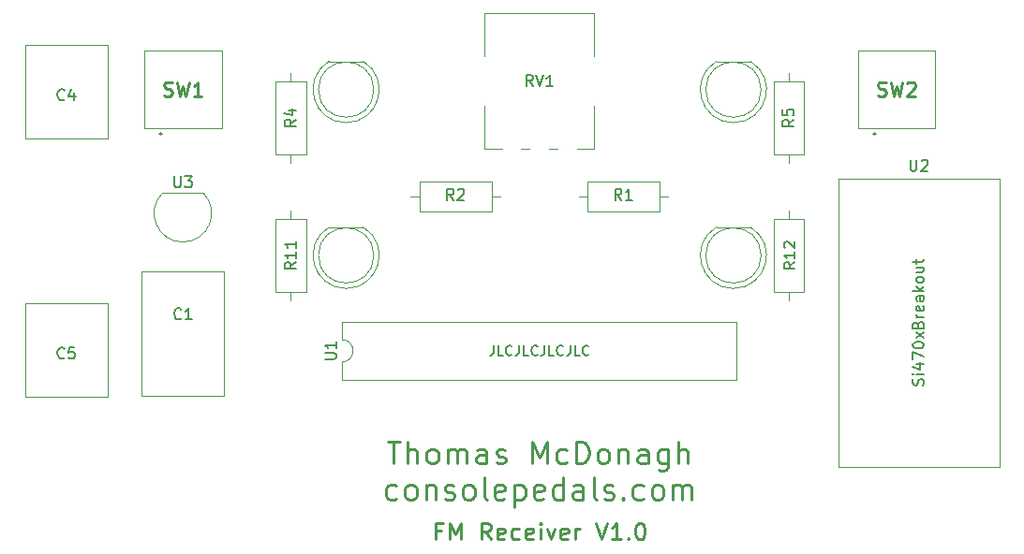
<source format=gbr>
G04 #@! TF.GenerationSoftware,KiCad,Pcbnew,(5.1.7)-1*
G04 #@! TF.CreationDate,2021-12-23T16:21:14-06:00*
G04 #@! TF.ProjectId,FmReceiverCartridge,466d5265-6365-4697-9665-724361727472,rev?*
G04 #@! TF.SameCoordinates,Original*
G04 #@! TF.FileFunction,Legend,Top*
G04 #@! TF.FilePolarity,Positive*
%FSLAX46Y46*%
G04 Gerber Fmt 4.6, Leading zero omitted, Abs format (unit mm)*
G04 Created by KiCad (PCBNEW (5.1.7)-1) date 2021-12-23 16:21:14*
%MOMM*%
%LPD*%
G01*
G04 APERTURE LIST*
%ADD10C,0.150000*%
%ADD11C,0.250000*%
%ADD12C,0.120000*%
%ADD13C,0.200000*%
%ADD14C,0.100000*%
%ADD15C,0.254000*%
G04 APERTURE END LIST*
D10*
X128557857Y-104409142D02*
X128557857Y-105052000D01*
X128515000Y-105180571D01*
X128429285Y-105266285D01*
X128300714Y-105309142D01*
X128215000Y-105309142D01*
X129415000Y-105309142D02*
X128986428Y-105309142D01*
X128986428Y-104409142D01*
X130229285Y-105223428D02*
X130186428Y-105266285D01*
X130057857Y-105309142D01*
X129972142Y-105309142D01*
X129843571Y-105266285D01*
X129757857Y-105180571D01*
X129715000Y-105094857D01*
X129672142Y-104923428D01*
X129672142Y-104794857D01*
X129715000Y-104623428D01*
X129757857Y-104537714D01*
X129843571Y-104452000D01*
X129972142Y-104409142D01*
X130057857Y-104409142D01*
X130186428Y-104452000D01*
X130229285Y-104494857D01*
X130872142Y-104409142D02*
X130872142Y-105052000D01*
X130829285Y-105180571D01*
X130743571Y-105266285D01*
X130615000Y-105309142D01*
X130529285Y-105309142D01*
X131729285Y-105309142D02*
X131300714Y-105309142D01*
X131300714Y-104409142D01*
X132543571Y-105223428D02*
X132500714Y-105266285D01*
X132372142Y-105309142D01*
X132286428Y-105309142D01*
X132157857Y-105266285D01*
X132072142Y-105180571D01*
X132029285Y-105094857D01*
X131986428Y-104923428D01*
X131986428Y-104794857D01*
X132029285Y-104623428D01*
X132072142Y-104537714D01*
X132157857Y-104452000D01*
X132286428Y-104409142D01*
X132372142Y-104409142D01*
X132500714Y-104452000D01*
X132543571Y-104494857D01*
X133186428Y-104409142D02*
X133186428Y-105052000D01*
X133143571Y-105180571D01*
X133057857Y-105266285D01*
X132929285Y-105309142D01*
X132843571Y-105309142D01*
X134043571Y-105309142D02*
X133615000Y-105309142D01*
X133615000Y-104409142D01*
X134857857Y-105223428D02*
X134815000Y-105266285D01*
X134686428Y-105309142D01*
X134600714Y-105309142D01*
X134472142Y-105266285D01*
X134386428Y-105180571D01*
X134343571Y-105094857D01*
X134300714Y-104923428D01*
X134300714Y-104794857D01*
X134343571Y-104623428D01*
X134386428Y-104537714D01*
X134472142Y-104452000D01*
X134600714Y-104409142D01*
X134686428Y-104409142D01*
X134815000Y-104452000D01*
X134857857Y-104494857D01*
X135500714Y-104409142D02*
X135500714Y-105052000D01*
X135457857Y-105180571D01*
X135372142Y-105266285D01*
X135243571Y-105309142D01*
X135157857Y-105309142D01*
X136357857Y-105309142D02*
X135929285Y-105309142D01*
X135929285Y-104409142D01*
X137172142Y-105223428D02*
X137129285Y-105266285D01*
X137000714Y-105309142D01*
X136915000Y-105309142D01*
X136786428Y-105266285D01*
X136700714Y-105180571D01*
X136657857Y-105094857D01*
X136615000Y-104923428D01*
X136615000Y-104794857D01*
X136657857Y-104623428D01*
X136700714Y-104537714D01*
X136786428Y-104452000D01*
X136915000Y-104409142D01*
X137000714Y-104409142D01*
X137129285Y-104452000D01*
X137172142Y-104494857D01*
D11*
X123821428Y-121177857D02*
X123321428Y-121177857D01*
X123321428Y-121963571D02*
X123321428Y-120463571D01*
X124035714Y-120463571D01*
X124607142Y-121963571D02*
X124607142Y-120463571D01*
X125107142Y-121535000D01*
X125607142Y-120463571D01*
X125607142Y-121963571D01*
X128321428Y-121963571D02*
X127821428Y-121249285D01*
X127464285Y-121963571D02*
X127464285Y-120463571D01*
X128035714Y-120463571D01*
X128178571Y-120535000D01*
X128250000Y-120606428D01*
X128321428Y-120749285D01*
X128321428Y-120963571D01*
X128250000Y-121106428D01*
X128178571Y-121177857D01*
X128035714Y-121249285D01*
X127464285Y-121249285D01*
X129535714Y-121892142D02*
X129392857Y-121963571D01*
X129107142Y-121963571D01*
X128964285Y-121892142D01*
X128892857Y-121749285D01*
X128892857Y-121177857D01*
X128964285Y-121035000D01*
X129107142Y-120963571D01*
X129392857Y-120963571D01*
X129535714Y-121035000D01*
X129607142Y-121177857D01*
X129607142Y-121320714D01*
X128892857Y-121463571D01*
X130892857Y-121892142D02*
X130750000Y-121963571D01*
X130464285Y-121963571D01*
X130321428Y-121892142D01*
X130250000Y-121820714D01*
X130178571Y-121677857D01*
X130178571Y-121249285D01*
X130250000Y-121106428D01*
X130321428Y-121035000D01*
X130464285Y-120963571D01*
X130750000Y-120963571D01*
X130892857Y-121035000D01*
X132107142Y-121892142D02*
X131964285Y-121963571D01*
X131678571Y-121963571D01*
X131535714Y-121892142D01*
X131464285Y-121749285D01*
X131464285Y-121177857D01*
X131535714Y-121035000D01*
X131678571Y-120963571D01*
X131964285Y-120963571D01*
X132107142Y-121035000D01*
X132178571Y-121177857D01*
X132178571Y-121320714D01*
X131464285Y-121463571D01*
X132821428Y-121963571D02*
X132821428Y-120963571D01*
X132821428Y-120463571D02*
X132750000Y-120535000D01*
X132821428Y-120606428D01*
X132892857Y-120535000D01*
X132821428Y-120463571D01*
X132821428Y-120606428D01*
X133392857Y-120963571D02*
X133750000Y-121963571D01*
X134107142Y-120963571D01*
X135250000Y-121892142D02*
X135107142Y-121963571D01*
X134821428Y-121963571D01*
X134678571Y-121892142D01*
X134607142Y-121749285D01*
X134607142Y-121177857D01*
X134678571Y-121035000D01*
X134821428Y-120963571D01*
X135107142Y-120963571D01*
X135250000Y-121035000D01*
X135321428Y-121177857D01*
X135321428Y-121320714D01*
X134607142Y-121463571D01*
X135964285Y-121963571D02*
X135964285Y-120963571D01*
X135964285Y-121249285D02*
X136035714Y-121106428D01*
X136107142Y-121035000D01*
X136250000Y-120963571D01*
X136392857Y-120963571D01*
X137821428Y-120463571D02*
X138321428Y-121963571D01*
X138821428Y-120463571D01*
X140107142Y-121963571D02*
X139250000Y-121963571D01*
X139678571Y-121963571D02*
X139678571Y-120463571D01*
X139535714Y-120677857D01*
X139392857Y-120820714D01*
X139250000Y-120892142D01*
X140750000Y-121820714D02*
X140821428Y-121892142D01*
X140750000Y-121963571D01*
X140678571Y-121892142D01*
X140750000Y-121820714D01*
X140750000Y-121963571D01*
X141750000Y-120463571D02*
X141892857Y-120463571D01*
X142035714Y-120535000D01*
X142107142Y-120606428D01*
X142178571Y-120749285D01*
X142250000Y-121035000D01*
X142250000Y-121392142D01*
X142178571Y-121677857D01*
X142107142Y-121820714D01*
X142035714Y-121892142D01*
X141892857Y-121963571D01*
X141750000Y-121963571D01*
X141607142Y-121892142D01*
X141535714Y-121820714D01*
X141464285Y-121677857D01*
X141392857Y-121392142D01*
X141392857Y-121035000D01*
X141464285Y-120749285D01*
X141535714Y-120606428D01*
X141607142Y-120535000D01*
X141750000Y-120463571D01*
X119000714Y-113103761D02*
X120143571Y-113103761D01*
X119572142Y-115103761D02*
X119572142Y-113103761D01*
X120810238Y-115103761D02*
X120810238Y-113103761D01*
X121667380Y-115103761D02*
X121667380Y-114056142D01*
X121572142Y-113865666D01*
X121381666Y-113770428D01*
X121095952Y-113770428D01*
X120905476Y-113865666D01*
X120810238Y-113960904D01*
X122905476Y-115103761D02*
X122715000Y-115008523D01*
X122619761Y-114913285D01*
X122524523Y-114722809D01*
X122524523Y-114151380D01*
X122619761Y-113960904D01*
X122715000Y-113865666D01*
X122905476Y-113770428D01*
X123191190Y-113770428D01*
X123381666Y-113865666D01*
X123476904Y-113960904D01*
X123572142Y-114151380D01*
X123572142Y-114722809D01*
X123476904Y-114913285D01*
X123381666Y-115008523D01*
X123191190Y-115103761D01*
X122905476Y-115103761D01*
X124429285Y-115103761D02*
X124429285Y-113770428D01*
X124429285Y-113960904D02*
X124524523Y-113865666D01*
X124715000Y-113770428D01*
X125000714Y-113770428D01*
X125191190Y-113865666D01*
X125286428Y-114056142D01*
X125286428Y-115103761D01*
X125286428Y-114056142D02*
X125381666Y-113865666D01*
X125572142Y-113770428D01*
X125857857Y-113770428D01*
X126048333Y-113865666D01*
X126143571Y-114056142D01*
X126143571Y-115103761D01*
X127953095Y-115103761D02*
X127953095Y-114056142D01*
X127857857Y-113865666D01*
X127667380Y-113770428D01*
X127286428Y-113770428D01*
X127095952Y-113865666D01*
X127953095Y-115008523D02*
X127762619Y-115103761D01*
X127286428Y-115103761D01*
X127095952Y-115008523D01*
X127000714Y-114818047D01*
X127000714Y-114627571D01*
X127095952Y-114437095D01*
X127286428Y-114341857D01*
X127762619Y-114341857D01*
X127953095Y-114246619D01*
X128810238Y-115008523D02*
X129000714Y-115103761D01*
X129381666Y-115103761D01*
X129572142Y-115008523D01*
X129667380Y-114818047D01*
X129667380Y-114722809D01*
X129572142Y-114532333D01*
X129381666Y-114437095D01*
X129095952Y-114437095D01*
X128905476Y-114341857D01*
X128810238Y-114151380D01*
X128810238Y-114056142D01*
X128905476Y-113865666D01*
X129095952Y-113770428D01*
X129381666Y-113770428D01*
X129572142Y-113865666D01*
X132048333Y-115103761D02*
X132048333Y-113103761D01*
X132715000Y-114532333D01*
X133381666Y-113103761D01*
X133381666Y-115103761D01*
X135191190Y-115008523D02*
X135000714Y-115103761D01*
X134619761Y-115103761D01*
X134429285Y-115008523D01*
X134334047Y-114913285D01*
X134238809Y-114722809D01*
X134238809Y-114151380D01*
X134334047Y-113960904D01*
X134429285Y-113865666D01*
X134619761Y-113770428D01*
X135000714Y-113770428D01*
X135191190Y-113865666D01*
X136048333Y-115103761D02*
X136048333Y-113103761D01*
X136524523Y-113103761D01*
X136810238Y-113199000D01*
X137000714Y-113389476D01*
X137095952Y-113579952D01*
X137191190Y-113960904D01*
X137191190Y-114246619D01*
X137095952Y-114627571D01*
X137000714Y-114818047D01*
X136810238Y-115008523D01*
X136524523Y-115103761D01*
X136048333Y-115103761D01*
X138334047Y-115103761D02*
X138143571Y-115008523D01*
X138048333Y-114913285D01*
X137953095Y-114722809D01*
X137953095Y-114151380D01*
X138048333Y-113960904D01*
X138143571Y-113865666D01*
X138334047Y-113770428D01*
X138619761Y-113770428D01*
X138810238Y-113865666D01*
X138905476Y-113960904D01*
X139000714Y-114151380D01*
X139000714Y-114722809D01*
X138905476Y-114913285D01*
X138810238Y-115008523D01*
X138619761Y-115103761D01*
X138334047Y-115103761D01*
X139857857Y-113770428D02*
X139857857Y-115103761D01*
X139857857Y-113960904D02*
X139953095Y-113865666D01*
X140143571Y-113770428D01*
X140429285Y-113770428D01*
X140619761Y-113865666D01*
X140715000Y-114056142D01*
X140715000Y-115103761D01*
X142524523Y-115103761D02*
X142524523Y-114056142D01*
X142429285Y-113865666D01*
X142238809Y-113770428D01*
X141857857Y-113770428D01*
X141667380Y-113865666D01*
X142524523Y-115008523D02*
X142334047Y-115103761D01*
X141857857Y-115103761D01*
X141667380Y-115008523D01*
X141572142Y-114818047D01*
X141572142Y-114627571D01*
X141667380Y-114437095D01*
X141857857Y-114341857D01*
X142334047Y-114341857D01*
X142524523Y-114246619D01*
X144334047Y-113770428D02*
X144334047Y-115389476D01*
X144238809Y-115579952D01*
X144143571Y-115675190D01*
X143953095Y-115770428D01*
X143667380Y-115770428D01*
X143476904Y-115675190D01*
X144334047Y-115008523D02*
X144143571Y-115103761D01*
X143762619Y-115103761D01*
X143572142Y-115008523D01*
X143476904Y-114913285D01*
X143381666Y-114722809D01*
X143381666Y-114151380D01*
X143476904Y-113960904D01*
X143572142Y-113865666D01*
X143762619Y-113770428D01*
X144143571Y-113770428D01*
X144334047Y-113865666D01*
X145286428Y-115103761D02*
X145286428Y-113103761D01*
X146143571Y-115103761D02*
X146143571Y-114056142D01*
X146048333Y-113865666D01*
X145857857Y-113770428D01*
X145572142Y-113770428D01*
X145381666Y-113865666D01*
X145286428Y-113960904D01*
X119810238Y-118258523D02*
X119619761Y-118353761D01*
X119238809Y-118353761D01*
X119048333Y-118258523D01*
X118953095Y-118163285D01*
X118857857Y-117972809D01*
X118857857Y-117401380D01*
X118953095Y-117210904D01*
X119048333Y-117115666D01*
X119238809Y-117020428D01*
X119619761Y-117020428D01*
X119810238Y-117115666D01*
X120953095Y-118353761D02*
X120762619Y-118258523D01*
X120667380Y-118163285D01*
X120572142Y-117972809D01*
X120572142Y-117401380D01*
X120667380Y-117210904D01*
X120762619Y-117115666D01*
X120953095Y-117020428D01*
X121238809Y-117020428D01*
X121429285Y-117115666D01*
X121524523Y-117210904D01*
X121619761Y-117401380D01*
X121619761Y-117972809D01*
X121524523Y-118163285D01*
X121429285Y-118258523D01*
X121238809Y-118353761D01*
X120953095Y-118353761D01*
X122476904Y-117020428D02*
X122476904Y-118353761D01*
X122476904Y-117210904D02*
X122572142Y-117115666D01*
X122762619Y-117020428D01*
X123048333Y-117020428D01*
X123238809Y-117115666D01*
X123334047Y-117306142D01*
X123334047Y-118353761D01*
X124191190Y-118258523D02*
X124381666Y-118353761D01*
X124762619Y-118353761D01*
X124953095Y-118258523D01*
X125048333Y-118068047D01*
X125048333Y-117972809D01*
X124953095Y-117782333D01*
X124762619Y-117687095D01*
X124476904Y-117687095D01*
X124286428Y-117591857D01*
X124191190Y-117401380D01*
X124191190Y-117306142D01*
X124286428Y-117115666D01*
X124476904Y-117020428D01*
X124762619Y-117020428D01*
X124953095Y-117115666D01*
X126191190Y-118353761D02*
X126000714Y-118258523D01*
X125905476Y-118163285D01*
X125810238Y-117972809D01*
X125810238Y-117401380D01*
X125905476Y-117210904D01*
X126000714Y-117115666D01*
X126191190Y-117020428D01*
X126476904Y-117020428D01*
X126667380Y-117115666D01*
X126762619Y-117210904D01*
X126857857Y-117401380D01*
X126857857Y-117972809D01*
X126762619Y-118163285D01*
X126667380Y-118258523D01*
X126476904Y-118353761D01*
X126191190Y-118353761D01*
X128000714Y-118353761D02*
X127810238Y-118258523D01*
X127715000Y-118068047D01*
X127715000Y-116353761D01*
X129524523Y-118258523D02*
X129334047Y-118353761D01*
X128953095Y-118353761D01*
X128762619Y-118258523D01*
X128667380Y-118068047D01*
X128667380Y-117306142D01*
X128762619Y-117115666D01*
X128953095Y-117020428D01*
X129334047Y-117020428D01*
X129524523Y-117115666D01*
X129619761Y-117306142D01*
X129619761Y-117496619D01*
X128667380Y-117687095D01*
X130476904Y-117020428D02*
X130476904Y-119020428D01*
X130476904Y-117115666D02*
X130667380Y-117020428D01*
X131048333Y-117020428D01*
X131238809Y-117115666D01*
X131334047Y-117210904D01*
X131429285Y-117401380D01*
X131429285Y-117972809D01*
X131334047Y-118163285D01*
X131238809Y-118258523D01*
X131048333Y-118353761D01*
X130667380Y-118353761D01*
X130476904Y-118258523D01*
X133048333Y-118258523D02*
X132857857Y-118353761D01*
X132476904Y-118353761D01*
X132286428Y-118258523D01*
X132191190Y-118068047D01*
X132191190Y-117306142D01*
X132286428Y-117115666D01*
X132476904Y-117020428D01*
X132857857Y-117020428D01*
X133048333Y-117115666D01*
X133143571Y-117306142D01*
X133143571Y-117496619D01*
X132191190Y-117687095D01*
X134857857Y-118353761D02*
X134857857Y-116353761D01*
X134857857Y-118258523D02*
X134667380Y-118353761D01*
X134286428Y-118353761D01*
X134095952Y-118258523D01*
X134000714Y-118163285D01*
X133905476Y-117972809D01*
X133905476Y-117401380D01*
X134000714Y-117210904D01*
X134095952Y-117115666D01*
X134286428Y-117020428D01*
X134667380Y-117020428D01*
X134857857Y-117115666D01*
X136667380Y-118353761D02*
X136667380Y-117306142D01*
X136572142Y-117115666D01*
X136381666Y-117020428D01*
X136000714Y-117020428D01*
X135810238Y-117115666D01*
X136667380Y-118258523D02*
X136476904Y-118353761D01*
X136000714Y-118353761D01*
X135810238Y-118258523D01*
X135715000Y-118068047D01*
X135715000Y-117877571D01*
X135810238Y-117687095D01*
X136000714Y-117591857D01*
X136476904Y-117591857D01*
X136667380Y-117496619D01*
X137905476Y-118353761D02*
X137715000Y-118258523D01*
X137619761Y-118068047D01*
X137619761Y-116353761D01*
X138572142Y-118258523D02*
X138762619Y-118353761D01*
X139143571Y-118353761D01*
X139334047Y-118258523D01*
X139429285Y-118068047D01*
X139429285Y-117972809D01*
X139334047Y-117782333D01*
X139143571Y-117687095D01*
X138857857Y-117687095D01*
X138667380Y-117591857D01*
X138572142Y-117401380D01*
X138572142Y-117306142D01*
X138667380Y-117115666D01*
X138857857Y-117020428D01*
X139143571Y-117020428D01*
X139334047Y-117115666D01*
X140286428Y-118163285D02*
X140381666Y-118258523D01*
X140286428Y-118353761D01*
X140191190Y-118258523D01*
X140286428Y-118163285D01*
X140286428Y-118353761D01*
X142095952Y-118258523D02*
X141905476Y-118353761D01*
X141524523Y-118353761D01*
X141334047Y-118258523D01*
X141238809Y-118163285D01*
X141143571Y-117972809D01*
X141143571Y-117401380D01*
X141238809Y-117210904D01*
X141334047Y-117115666D01*
X141524523Y-117020428D01*
X141905476Y-117020428D01*
X142095952Y-117115666D01*
X143238809Y-118353761D02*
X143048333Y-118258523D01*
X142953095Y-118163285D01*
X142857857Y-117972809D01*
X142857857Y-117401380D01*
X142953095Y-117210904D01*
X143048333Y-117115666D01*
X143238809Y-117020428D01*
X143524523Y-117020428D01*
X143715000Y-117115666D01*
X143810238Y-117210904D01*
X143905476Y-117401380D01*
X143905476Y-117972809D01*
X143810238Y-118163285D01*
X143715000Y-118258523D01*
X143524523Y-118353761D01*
X143238809Y-118353761D01*
X144762619Y-118353761D02*
X144762619Y-117020428D01*
X144762619Y-117210904D02*
X144857857Y-117115666D01*
X145048333Y-117020428D01*
X145334047Y-117020428D01*
X145524523Y-117115666D01*
X145619761Y-117306142D01*
X145619761Y-118353761D01*
X145619761Y-117306142D02*
X145715000Y-117115666D01*
X145905476Y-117020428D01*
X146191190Y-117020428D01*
X146381666Y-117115666D01*
X146476904Y-117306142D01*
X146476904Y-118353761D01*
D12*
G04 #@! TO.C,R11*
X110250000Y-92226000D02*
X110250000Y-92996000D01*
X110250000Y-100306000D02*
X110250000Y-99536000D01*
X108880000Y-92996000D02*
X108880000Y-99536000D01*
X111620000Y-92996000D02*
X108880000Y-92996000D01*
X111620000Y-99536000D02*
X111620000Y-92996000D01*
X108880000Y-99536000D02*
X111620000Y-99536000D01*
G04 #@! TO.C,D4*
X116795000Y-93710000D02*
X113705000Y-93710000D01*
X117750000Y-96270000D02*
G75*
G03*
X117750000Y-96270000I-2500000J0D01*
G01*
X115249538Y-99260000D02*
G75*
G03*
X116794830Y-93710000I462J2990000D01*
G01*
X115250462Y-99260000D02*
G75*
G02*
X113705170Y-93710000I-462J2990000D01*
G01*
G04 #@! TO.C,D5*
X152750000Y-96270000D02*
G75*
G03*
X152750000Y-96270000I-2500000J0D01*
G01*
X151795000Y-93710000D02*
X148705000Y-93710000D01*
X150250462Y-99260000D02*
G75*
G02*
X148705170Y-93710000I-462J2990000D01*
G01*
X150249538Y-99260000D02*
G75*
G03*
X151794830Y-93710000I462J2990000D01*
G01*
G04 #@! TO.C,C4*
X93676000Y-85698000D02*
X86236000Y-85698000D01*
X93676000Y-77208000D02*
X86236000Y-77208000D01*
X93676000Y-85698000D02*
X93676000Y-77208000D01*
X86236000Y-85698000D02*
X86236000Y-77208000D01*
G04 #@! TO.C,C5*
X86236000Y-109066000D02*
X86236000Y-100576000D01*
X93676000Y-109066000D02*
X93676000Y-100576000D01*
X93676000Y-100576000D02*
X86236000Y-100576000D01*
X93676000Y-109066000D02*
X86236000Y-109066000D01*
G04 #@! TO.C,D1*
X117750000Y-81270000D02*
G75*
G03*
X117750000Y-81270000I-2500000J0D01*
G01*
X116795000Y-78710000D02*
X113705000Y-78710000D01*
X115250462Y-84260000D02*
G75*
G02*
X113705170Y-78710000I-462J2990000D01*
G01*
X115249538Y-84260000D02*
G75*
G03*
X116794830Y-78710000I462J2990000D01*
G01*
G04 #@! TO.C,D2*
X151795000Y-78710000D02*
X148705000Y-78710000D01*
X152750000Y-81270000D02*
G75*
G03*
X152750000Y-81270000I-2500000J0D01*
G01*
X150249538Y-84260000D02*
G75*
G03*
X151794830Y-78710000I462J2990000D01*
G01*
X150250462Y-84260000D02*
G75*
G02*
X148705170Y-78710000I-462J2990000D01*
G01*
G04 #@! TO.C,R4*
X108880000Y-87090000D02*
X111620000Y-87090000D01*
X111620000Y-87090000D02*
X111620000Y-80550000D01*
X111620000Y-80550000D02*
X108880000Y-80550000D01*
X108880000Y-80550000D02*
X108880000Y-87090000D01*
X110250000Y-87860000D02*
X110250000Y-87090000D01*
X110250000Y-79780000D02*
X110250000Y-80550000D01*
G04 #@! TO.C,R5*
X155250000Y-79780000D02*
X155250000Y-80550000D01*
X155250000Y-87860000D02*
X155250000Y-87090000D01*
X153880000Y-80550000D02*
X153880000Y-87090000D01*
X156620000Y-80550000D02*
X153880000Y-80550000D01*
X156620000Y-87090000D02*
X156620000Y-80550000D01*
X153880000Y-87090000D02*
X156620000Y-87090000D01*
G04 #@! TO.C,R12*
X155250000Y-100306000D02*
X155250000Y-99536000D01*
X155250000Y-92226000D02*
X155250000Y-92996000D01*
X156620000Y-99536000D02*
X156620000Y-92996000D01*
X153880000Y-99536000D02*
X156620000Y-99536000D01*
X153880000Y-92996000D02*
X153880000Y-99536000D01*
X156620000Y-92996000D02*
X153880000Y-92996000D01*
G04 #@! TO.C,C1*
X104220000Y-97690000D02*
X104220000Y-108980000D01*
X96780000Y-97690000D02*
X96780000Y-108980000D01*
X96780000Y-108980000D02*
X104220000Y-108980000D01*
X96780000Y-97690000D02*
X104220000Y-97690000D01*
G04 #@! TO.C,R1*
X137025000Y-89562000D02*
X137025000Y-92302000D01*
X137025000Y-92302000D02*
X143565000Y-92302000D01*
X143565000Y-92302000D02*
X143565000Y-89562000D01*
X143565000Y-89562000D02*
X137025000Y-89562000D01*
X136255000Y-90932000D02*
X137025000Y-90932000D01*
X144335000Y-90932000D02*
X143565000Y-90932000D01*
G04 #@! TO.C,R2*
X129175000Y-90932000D02*
X128405000Y-90932000D01*
X121095000Y-90932000D02*
X121865000Y-90932000D01*
X128405000Y-89562000D02*
X121865000Y-89562000D01*
X128405000Y-92302000D02*
X128405000Y-89562000D01*
X121865000Y-92302000D02*
X128405000Y-92302000D01*
X121865000Y-89562000D02*
X121865000Y-92302000D01*
G04 #@! TO.C,RV1*
X127745000Y-74380000D02*
X137685000Y-74380000D01*
X136085000Y-86620000D02*
X137685000Y-86620000D01*
X133586000Y-86620000D02*
X134345000Y-86620000D01*
X131086000Y-86620000D02*
X131845000Y-86620000D01*
X127745000Y-86620000D02*
X129344000Y-86620000D01*
X137685000Y-78245000D02*
X137685000Y-74380000D01*
X137685000Y-86620000D02*
X137685000Y-82755000D01*
X127745000Y-78245000D02*
X127745000Y-74380000D01*
X127745000Y-86620000D02*
X127745000Y-82755000D01*
D13*
G04 #@! TO.C,SW1*
X98400000Y-85270000D02*
G75*
G03*
X98600000Y-85270000I100000J0D01*
G01*
X98600000Y-85270000D02*
G75*
G03*
X98400000Y-85270000I-100000J0D01*
G01*
D14*
X97000000Y-77770000D02*
X104000000Y-77770000D01*
X104000000Y-77770000D02*
X104000000Y-84770000D01*
X104000000Y-84770000D02*
X97000000Y-84770000D01*
X97000000Y-84770000D02*
X97000000Y-77770000D01*
D13*
X98400000Y-85270000D02*
X98400000Y-85270000D01*
X98600000Y-85270000D02*
X98600000Y-85270000D01*
G04 #@! TO.C,SW2*
X163100000Y-85270000D02*
X163100000Y-85270000D01*
X162900000Y-85270000D02*
X162900000Y-85270000D01*
D14*
X161500000Y-84770000D02*
X161500000Y-77770000D01*
X168500000Y-84770000D02*
X161500000Y-84770000D01*
X168500000Y-77770000D02*
X168500000Y-84770000D01*
X161500000Y-77770000D02*
X168500000Y-77770000D01*
D13*
X163100000Y-85270000D02*
G75*
G03*
X162900000Y-85270000I-100000J0D01*
G01*
X162900000Y-85270000D02*
G75*
G03*
X163100000Y-85270000I100000J0D01*
G01*
D12*
G04 #@! TO.C,U1*
X114875000Y-102252000D02*
X114875000Y-103902000D01*
X150555000Y-102252000D02*
X114875000Y-102252000D01*
X150555000Y-107552000D02*
X150555000Y-102252000D01*
X114875000Y-107552000D02*
X150555000Y-107552000D01*
X114875000Y-105902000D02*
X114875000Y-107552000D01*
X114875000Y-103902000D02*
G75*
G02*
X114875000Y-105902000I0J-1000000D01*
G01*
G04 #@! TO.C,U2*
X159710000Y-89352000D02*
X174300000Y-89352000D01*
X159710000Y-89352000D02*
X159710000Y-115372000D01*
X159710000Y-115372000D02*
X174300000Y-115372000D01*
X174300000Y-89352000D02*
X174300000Y-115372000D01*
G04 #@! TO.C,U3*
X102300000Y-90606000D02*
X98700000Y-90606000D01*
X102338478Y-90617522D02*
G75*
G02*
X100500000Y-95056000I-1838478J-1838478D01*
G01*
X98661522Y-90617522D02*
G75*
G03*
X100500000Y-95056000I1838478J-1838478D01*
G01*
G04 #@! TO.C,R11*
D10*
X110702380Y-96908857D02*
X110226190Y-97242190D01*
X110702380Y-97480285D02*
X109702380Y-97480285D01*
X109702380Y-97099333D01*
X109750000Y-97004095D01*
X109797619Y-96956476D01*
X109892857Y-96908857D01*
X110035714Y-96908857D01*
X110130952Y-96956476D01*
X110178571Y-97004095D01*
X110226190Y-97099333D01*
X110226190Y-97480285D01*
X110702380Y-95956476D02*
X110702380Y-96527904D01*
X110702380Y-96242190D02*
X109702380Y-96242190D01*
X109845238Y-96337428D01*
X109940476Y-96432666D01*
X109988095Y-96527904D01*
X110702380Y-95004095D02*
X110702380Y-95575523D01*
X110702380Y-95289809D02*
X109702380Y-95289809D01*
X109845238Y-95385047D01*
X109940476Y-95480285D01*
X109988095Y-95575523D01*
G04 #@! TO.C,C4*
X89789333Y-82145142D02*
X89741714Y-82192761D01*
X89598857Y-82240380D01*
X89503619Y-82240380D01*
X89360761Y-82192761D01*
X89265523Y-82097523D01*
X89217904Y-82002285D01*
X89170285Y-81811809D01*
X89170285Y-81668952D01*
X89217904Y-81478476D01*
X89265523Y-81383238D01*
X89360761Y-81288000D01*
X89503619Y-81240380D01*
X89598857Y-81240380D01*
X89741714Y-81288000D01*
X89789333Y-81335619D01*
X90646476Y-81573714D02*
X90646476Y-82240380D01*
X90408380Y-81192761D02*
X90170285Y-81907047D01*
X90789333Y-81907047D01*
G04 #@! TO.C,C5*
X89789333Y-105513142D02*
X89741714Y-105560761D01*
X89598857Y-105608380D01*
X89503619Y-105608380D01*
X89360761Y-105560761D01*
X89265523Y-105465523D01*
X89217904Y-105370285D01*
X89170285Y-105179809D01*
X89170285Y-105036952D01*
X89217904Y-104846476D01*
X89265523Y-104751238D01*
X89360761Y-104656000D01*
X89503619Y-104608380D01*
X89598857Y-104608380D01*
X89741714Y-104656000D01*
X89789333Y-104703619D01*
X90694095Y-104608380D02*
X90217904Y-104608380D01*
X90170285Y-105084571D01*
X90217904Y-105036952D01*
X90313142Y-104989333D01*
X90551238Y-104989333D01*
X90646476Y-105036952D01*
X90694095Y-105084571D01*
X90741714Y-105179809D01*
X90741714Y-105417904D01*
X90694095Y-105513142D01*
X90646476Y-105560761D01*
X90551238Y-105608380D01*
X90313142Y-105608380D01*
X90217904Y-105560761D01*
X90170285Y-105513142D01*
G04 #@! TO.C,R4*
X110702379Y-83986666D02*
X110226189Y-84320000D01*
X110702379Y-84558095D02*
X109702379Y-84558095D01*
X109702379Y-84177142D01*
X109749999Y-84081904D01*
X109797618Y-84034285D01*
X109892856Y-83986666D01*
X110035713Y-83986666D01*
X110130951Y-84034285D01*
X110178570Y-84081904D01*
X110226189Y-84177142D01*
X110226189Y-84558095D01*
X110035713Y-83129523D02*
X110702379Y-83129523D01*
X109654760Y-83367619D02*
X110369046Y-83605714D01*
X110369046Y-82986666D01*
G04 #@! TO.C,R5*
X155702379Y-83986666D02*
X155226189Y-84320000D01*
X155702379Y-84558095D02*
X154702379Y-84558095D01*
X154702379Y-84177142D01*
X154749999Y-84081904D01*
X154797618Y-84034285D01*
X154892856Y-83986666D01*
X155035713Y-83986666D01*
X155130951Y-84034285D01*
X155178570Y-84081904D01*
X155226189Y-84177142D01*
X155226189Y-84558095D01*
X154702379Y-83081904D02*
X154702379Y-83558095D01*
X155178570Y-83605714D01*
X155130951Y-83558095D01*
X155083332Y-83462857D01*
X155083332Y-83224761D01*
X155130951Y-83129523D01*
X155178570Y-83081904D01*
X155273808Y-83034285D01*
X155511903Y-83034285D01*
X155607141Y-83081904D01*
X155654760Y-83129523D01*
X155702379Y-83224761D01*
X155702379Y-83462857D01*
X155654760Y-83558095D01*
X155607141Y-83605714D01*
G04 #@! TO.C,R12*
X155802381Y-96908857D02*
X155326191Y-97242190D01*
X155802381Y-97480285D02*
X154802381Y-97480285D01*
X154802381Y-97099333D01*
X154850001Y-97004095D01*
X154897620Y-96956476D01*
X154992858Y-96908857D01*
X155135715Y-96908857D01*
X155230953Y-96956476D01*
X155278572Y-97004095D01*
X155326191Y-97099333D01*
X155326191Y-97480285D01*
X155802381Y-95956476D02*
X155802381Y-96527904D01*
X155802381Y-96242190D02*
X154802381Y-96242190D01*
X154945239Y-96337428D01*
X155040477Y-96432666D01*
X155088096Y-96527904D01*
X154897620Y-95575523D02*
X154850001Y-95527904D01*
X154802381Y-95432666D01*
X154802381Y-95194571D01*
X154850001Y-95099333D01*
X154897620Y-95051714D01*
X154992858Y-95004095D01*
X155088096Y-95004095D01*
X155230953Y-95051714D01*
X155802381Y-95623142D01*
X155802381Y-95004095D01*
G04 #@! TO.C,C1*
X100333333Y-101957142D02*
X100285714Y-102004761D01*
X100142857Y-102052380D01*
X100047619Y-102052380D01*
X99904761Y-102004761D01*
X99809523Y-101909523D01*
X99761904Y-101814285D01*
X99714285Y-101623809D01*
X99714285Y-101480952D01*
X99761904Y-101290476D01*
X99809523Y-101195238D01*
X99904761Y-101100000D01*
X100047619Y-101052380D01*
X100142857Y-101052380D01*
X100285714Y-101100000D01*
X100333333Y-101147619D01*
X101285714Y-102052380D02*
X100714285Y-102052380D01*
X101000000Y-102052380D02*
X101000000Y-101052380D01*
X100904761Y-101195238D01*
X100809523Y-101290476D01*
X100714285Y-101338095D01*
G04 #@! TO.C,R1*
X140128333Y-91245379D02*
X139795000Y-90769189D01*
X139556904Y-91245379D02*
X139556904Y-90245379D01*
X139937857Y-90245379D01*
X140033095Y-90292999D01*
X140080714Y-90340618D01*
X140128333Y-90435856D01*
X140128333Y-90578713D01*
X140080714Y-90673951D01*
X140033095Y-90721570D01*
X139937857Y-90769189D01*
X139556904Y-90769189D01*
X141080714Y-91245379D02*
X140509285Y-91245379D01*
X140795000Y-91245379D02*
X140795000Y-90245379D01*
X140699761Y-90388237D01*
X140604523Y-90483475D01*
X140509285Y-90531094D01*
G04 #@! TO.C,R2*
X124968333Y-91257379D02*
X124635000Y-90781189D01*
X124396904Y-91257379D02*
X124396904Y-90257379D01*
X124777857Y-90257379D01*
X124873095Y-90304999D01*
X124920714Y-90352618D01*
X124968333Y-90447856D01*
X124968333Y-90590713D01*
X124920714Y-90685951D01*
X124873095Y-90733570D01*
X124777857Y-90781189D01*
X124396904Y-90781189D01*
X125349285Y-90352618D02*
X125396904Y-90304999D01*
X125492142Y-90257379D01*
X125730238Y-90257379D01*
X125825476Y-90304999D01*
X125873095Y-90352618D01*
X125920714Y-90447856D01*
X125920714Y-90543094D01*
X125873095Y-90685951D01*
X125301666Y-91257379D01*
X125920714Y-91257379D01*
G04 #@! TO.C,RV1*
X132119761Y-80952380D02*
X131786428Y-80476190D01*
X131548333Y-80952380D02*
X131548333Y-79952380D01*
X131929285Y-79952380D01*
X132024523Y-80000000D01*
X132072142Y-80047619D01*
X132119761Y-80142857D01*
X132119761Y-80285714D01*
X132072142Y-80380952D01*
X132024523Y-80428571D01*
X131929285Y-80476190D01*
X131548333Y-80476190D01*
X132405476Y-79952380D02*
X132738809Y-80952380D01*
X133072142Y-79952380D01*
X133929285Y-80952380D02*
X133357857Y-80952380D01*
X133643571Y-80952380D02*
X133643571Y-79952380D01*
X133548333Y-80095238D01*
X133453095Y-80190476D01*
X133357857Y-80238095D01*
G04 #@! TO.C,SW1*
D15*
X98806666Y-81784047D02*
X98988095Y-81844523D01*
X99290476Y-81844523D01*
X99411428Y-81784047D01*
X99471904Y-81723571D01*
X99532380Y-81602619D01*
X99532380Y-81481666D01*
X99471904Y-81360714D01*
X99411428Y-81300238D01*
X99290476Y-81239761D01*
X99048571Y-81179285D01*
X98927619Y-81118809D01*
X98867142Y-81058333D01*
X98806666Y-80937380D01*
X98806666Y-80816428D01*
X98867142Y-80695476D01*
X98927619Y-80635000D01*
X99048571Y-80574523D01*
X99350952Y-80574523D01*
X99532380Y-80635000D01*
X99955714Y-80574523D02*
X100258095Y-81844523D01*
X100500000Y-80937380D01*
X100741904Y-81844523D01*
X101044285Y-80574523D01*
X102193333Y-81844523D02*
X101467619Y-81844523D01*
X101830476Y-81844523D02*
X101830476Y-80574523D01*
X101709523Y-80755952D01*
X101588571Y-80876904D01*
X101467619Y-80937380D01*
G04 #@! TO.C,SW2*
X163306666Y-81784047D02*
X163488095Y-81844523D01*
X163790476Y-81844523D01*
X163911428Y-81784047D01*
X163971904Y-81723571D01*
X164032380Y-81602619D01*
X164032380Y-81481666D01*
X163971904Y-81360714D01*
X163911428Y-81300238D01*
X163790476Y-81239761D01*
X163548571Y-81179285D01*
X163427619Y-81118809D01*
X163367142Y-81058333D01*
X163306666Y-80937380D01*
X163306666Y-80816428D01*
X163367142Y-80695476D01*
X163427619Y-80635000D01*
X163548571Y-80574523D01*
X163850952Y-80574523D01*
X164032380Y-80635000D01*
X164455714Y-80574523D02*
X164758095Y-81844523D01*
X165000000Y-80937380D01*
X165241904Y-81844523D01*
X165544285Y-80574523D01*
X165967619Y-80695476D02*
X166028095Y-80635000D01*
X166149047Y-80574523D01*
X166451428Y-80574523D01*
X166572380Y-80635000D01*
X166632857Y-80695476D01*
X166693333Y-80816428D01*
X166693333Y-80937380D01*
X166632857Y-81118809D01*
X165907142Y-81844523D01*
X166693333Y-81844523D01*
G04 #@! TO.C,U1*
D10*
X113327380Y-105663904D02*
X114136904Y-105663904D01*
X114232142Y-105616285D01*
X114279761Y-105568666D01*
X114327380Y-105473428D01*
X114327380Y-105282952D01*
X114279761Y-105187714D01*
X114232142Y-105140095D01*
X114136904Y-105092476D01*
X113327380Y-105092476D01*
X114327380Y-104092476D02*
X114327380Y-104663904D01*
X114327380Y-104378190D02*
X113327380Y-104378190D01*
X113470238Y-104473428D01*
X113565476Y-104568666D01*
X113613095Y-104663904D01*
G04 #@! TO.C,U2*
X166243095Y-87614380D02*
X166243095Y-88423904D01*
X166290714Y-88519142D01*
X166338333Y-88566761D01*
X166433571Y-88614380D01*
X166624047Y-88614380D01*
X166719285Y-88566761D01*
X166766904Y-88519142D01*
X166814523Y-88423904D01*
X166814523Y-87614380D01*
X167243095Y-87709619D02*
X167290714Y-87662000D01*
X167385952Y-87614380D01*
X167624047Y-87614380D01*
X167719285Y-87662000D01*
X167766904Y-87709619D01*
X167814523Y-87804857D01*
X167814523Y-87900095D01*
X167766904Y-88042952D01*
X167195476Y-88614380D01*
X167814523Y-88614380D01*
X167409761Y-108004857D02*
X167457380Y-107862000D01*
X167457380Y-107623904D01*
X167409761Y-107528666D01*
X167362142Y-107481047D01*
X167266904Y-107433428D01*
X167171666Y-107433428D01*
X167076428Y-107481047D01*
X167028809Y-107528666D01*
X166981190Y-107623904D01*
X166933571Y-107814380D01*
X166885952Y-107909619D01*
X166838333Y-107957238D01*
X166743095Y-108004857D01*
X166647857Y-108004857D01*
X166552619Y-107957238D01*
X166505000Y-107909619D01*
X166457380Y-107814380D01*
X166457380Y-107576285D01*
X166505000Y-107433428D01*
X167457380Y-107004857D02*
X166790714Y-107004857D01*
X166457380Y-107004857D02*
X166505000Y-107052476D01*
X166552619Y-107004857D01*
X166505000Y-106957238D01*
X166457380Y-107004857D01*
X166552619Y-107004857D01*
X166790714Y-106100095D02*
X167457380Y-106100095D01*
X166409761Y-106338190D02*
X167124047Y-106576285D01*
X167124047Y-105957238D01*
X166457380Y-105671523D02*
X166457380Y-105004857D01*
X167457380Y-105433428D01*
X166457380Y-104433428D02*
X166457380Y-104338190D01*
X166505000Y-104242952D01*
X166552619Y-104195333D01*
X166647857Y-104147714D01*
X166838333Y-104100095D01*
X167076428Y-104100095D01*
X167266904Y-104147714D01*
X167362142Y-104195333D01*
X167409761Y-104242952D01*
X167457380Y-104338190D01*
X167457380Y-104433428D01*
X167409761Y-104528666D01*
X167362142Y-104576285D01*
X167266904Y-104623904D01*
X167076428Y-104671523D01*
X166838333Y-104671523D01*
X166647857Y-104623904D01*
X166552619Y-104576285D01*
X166505000Y-104528666D01*
X166457380Y-104433428D01*
X167457380Y-103766761D02*
X166790714Y-103242952D01*
X166790714Y-103766761D02*
X167457380Y-103242952D01*
X166933571Y-102528666D02*
X166981190Y-102385809D01*
X167028809Y-102338190D01*
X167124047Y-102290571D01*
X167266904Y-102290571D01*
X167362142Y-102338190D01*
X167409761Y-102385809D01*
X167457380Y-102481047D01*
X167457380Y-102862000D01*
X166457380Y-102862000D01*
X166457380Y-102528666D01*
X166505000Y-102433428D01*
X166552619Y-102385809D01*
X166647857Y-102338190D01*
X166743095Y-102338190D01*
X166838333Y-102385809D01*
X166885952Y-102433428D01*
X166933571Y-102528666D01*
X166933571Y-102862000D01*
X167457380Y-101862000D02*
X166790714Y-101862000D01*
X166981190Y-101862000D02*
X166885952Y-101814380D01*
X166838333Y-101766761D01*
X166790714Y-101671523D01*
X166790714Y-101576285D01*
X167409761Y-100862000D02*
X167457380Y-100957238D01*
X167457380Y-101147714D01*
X167409761Y-101242952D01*
X167314523Y-101290571D01*
X166933571Y-101290571D01*
X166838333Y-101242952D01*
X166790714Y-101147714D01*
X166790714Y-100957238D01*
X166838333Y-100862000D01*
X166933571Y-100814380D01*
X167028809Y-100814380D01*
X167124047Y-101290571D01*
X167457380Y-99957238D02*
X166933571Y-99957238D01*
X166838333Y-100004857D01*
X166790714Y-100100095D01*
X166790714Y-100290571D01*
X166838333Y-100385809D01*
X167409761Y-99957238D02*
X167457380Y-100052476D01*
X167457380Y-100290571D01*
X167409761Y-100385809D01*
X167314523Y-100433428D01*
X167219285Y-100433428D01*
X167124047Y-100385809D01*
X167076428Y-100290571D01*
X167076428Y-100052476D01*
X167028809Y-99957238D01*
X167457380Y-99481047D02*
X166457380Y-99481047D01*
X167076428Y-99385809D02*
X167457380Y-99100095D01*
X166790714Y-99100095D02*
X167171666Y-99481047D01*
X167457380Y-98528666D02*
X167409761Y-98623904D01*
X167362142Y-98671523D01*
X167266904Y-98719142D01*
X166981190Y-98719142D01*
X166885952Y-98671523D01*
X166838333Y-98623904D01*
X166790714Y-98528666D01*
X166790714Y-98385809D01*
X166838333Y-98290571D01*
X166885952Y-98242952D01*
X166981190Y-98195333D01*
X167266904Y-98195333D01*
X167362142Y-98242952D01*
X167409761Y-98290571D01*
X167457380Y-98385809D01*
X167457380Y-98528666D01*
X166790714Y-97338190D02*
X167457380Y-97338190D01*
X166790714Y-97766761D02*
X167314523Y-97766761D01*
X167409761Y-97719142D01*
X167457380Y-97623904D01*
X167457380Y-97481047D01*
X167409761Y-97385809D01*
X167362142Y-97338190D01*
X166790714Y-97004857D02*
X166790714Y-96623904D01*
X166457380Y-96862000D02*
X167314523Y-96862000D01*
X167409761Y-96814380D01*
X167457380Y-96719142D01*
X167457380Y-96623904D01*
G04 #@! TO.C,U3*
X99738095Y-89114380D02*
X99738095Y-89923904D01*
X99785714Y-90019142D01*
X99833333Y-90066761D01*
X99928571Y-90114380D01*
X100119047Y-90114380D01*
X100214285Y-90066761D01*
X100261904Y-90019142D01*
X100309523Y-89923904D01*
X100309523Y-89114380D01*
X100690476Y-89114380D02*
X101309523Y-89114380D01*
X100976190Y-89495333D01*
X101119047Y-89495333D01*
X101214285Y-89542952D01*
X101261904Y-89590571D01*
X101309523Y-89685809D01*
X101309523Y-89923904D01*
X101261904Y-90019142D01*
X101214285Y-90066761D01*
X101119047Y-90114380D01*
X100833333Y-90114380D01*
X100738095Y-90066761D01*
X100690476Y-90019142D01*
G04 #@! TD*
M02*

</source>
